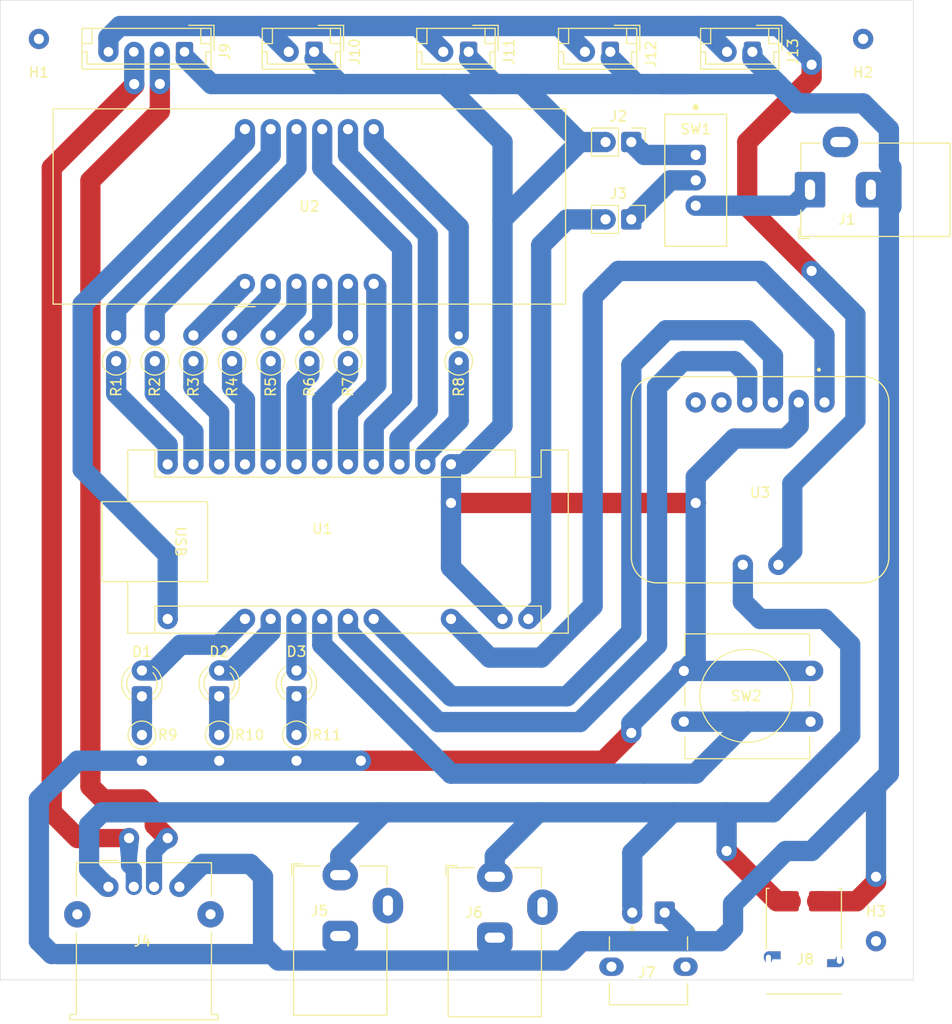
<source format=kicad_pcb>
(kicad_pcb (version 20241229) (generator "pcbnew") (generator_version "9.0")
  (layers (0 "F.Cu" signal) (2 "B.Cu" signal) (13 "F.Paste" user) (15 "B.Paste" user) (5 "F.SilkS" user "F.Silkscreen") (7 "B.SilkS" user "B.Silkscreen") (1 "F.Mask" user) (3 "B.Mask" user) (25 "Edge.Cuts" user))
  (net 0 "")
  (net 1 "I2C_SCL")
  (net 2 "PWR")
  (net 3 "DIG3")
  (net 4 "DIG4")
  (net 5 "Net-(D1-A)")
  (net 6 "I2C_SDA")
  (net 7 "GND")
  (net 8 "Net-(D2-A)")
  (net 9 "DIG1")
  (net 10 "Net-(D3-A)")
  (net 11 "Net-(U1-A3)")
  (net 12 "DIG2")
  (net 13 "5V")
  (net 14 "VIN+")
  (net 15 "VIN-")
  (net 16 "DATA1+")
  (net 17 "DATA1-")
  (net 18 "SEG_A")
  (net 19 "SEG_F")
  (net 20 "SEG_B")
  (net 21 "SEG_G")
  (net 22 "SEG_C")
  (net 23 "SEG_P")
  (net 24 "SEG_D")
  (net 25 "SEG_E")
  (net 26 "Net-(U2-a)")
  (net 27 "Net-(U2-b)")
  (net 28 "Net-(U2-c)")
  (net 29 "Net-(U2-d)")
  (net 30 "Net-(U2-e)")
  (net 31 "Net-(U2-f)")
  (net 32 "Net-(U2-g)")
  (net 33 "Net-(U2-DPX)")
  (net 36 "Net-(D1-K)")
  (net 37 "Net-(D2-K)")
  (net 38 "Net-(D3-K)")
  (net 39 "Net-(J1-Pad1)")
  (net 40 "Net-(J2-Pin_1)")
  (net 41 "Net-(J3-Pin_1)")
  (footprint "Custom:USB_B_Mini_OTG_THT_Molex_548190519" (layer "F.Cu") (at 158.843 123.19)
    (property "Reference" "J7" (at 1.44 5.61 0) (layer "F.SilkS"))
    (property "Value" "USB_B_Mini" (hide yes))
    (pad "1" thru_hole oval (at 0 -0.275) (size 2 2.2) (drill 1) (layers "*.Cu" "*.Mask") (net 14 "VIN+"))
    (pad "5" thru_hole roundrect (at 3.2 -0.275) (size 2 2.2) (drill 1) (layers "*.Cu" "*.Mask") (roundrect_rratio 0.1388888889) (net 7 "GND"))
    (pad "S1" thru_hole oval (at -2.05 5.05) (size 2.4 1.8) (drill 1) (layers "*.Cu" "*.Mask"))
    (pad "S2" thru_hole oval (at 5.25 5.05) (size 2.4 1.8) (drill 1) (layers "*.Cu" "*.Mask"))
  )
  (footprint "Connector_JST:JST_EH_B2B-EH-A_1x02_P2.50mm_Vertical" (layer "F.Cu") (at 170.688 38.1 180)
    (property "Reference" "J13" (at -4 0 90) (layer "F.SilkS"))
    (property "Value" "01x02" (hide yes))
    (pad "1" thru_hole roundrect (at 0 0 180) (size 1.7 2) (drill 1) (layers "*.Cu" "*.Mask") (roundrect_rratio 0.147059) (net 7 "GND"))
    (pad "2" thru_hole oval (at 2.5 0 180) (size 1.7 2) (drill 1) (layers "*.Cu" "*.Mask") (net 15 "VIN-"))
  )
  (footprint "Resistor_THT:R_Axial_DIN0207_L6.3mm_D2.5mm_P2.54mm_Vertical" (layer "F.Cu") (at 110.49 105.41 -90)
    (property "Reference" "R9" (at 0 -2.54 180) (layer "F.SilkS"))
    (property "Value" "R470" (hide yes))
    (pad "1" thru_hole circle (at 0 0 270) (size 2 2) (drill 1) (layers "*.Cu" "*.Mask") (net 36 "Net-(D1-K)"))
    (pad "2" thru_hole roundrect (at 2.54 0 270) (size 2 2) (drill 1) (layers "*.Cu" "*.Mask") (roundrect_rratio 0.1388888889) (net 7 "GND"))
  )
  (footprint "Resistor_THT:R_Axial_DIN0207_L6.3mm_D2.5mm_P2.54mm_Vertical" (layer "F.Cu") (at 125.73 105.41 -90)
    (property "Reference" "R11" (at 0 -3 180) (layer "F.SilkS"))
    (property "Value" "R470" (hide yes))
    (pad "1" thru_hole circle (at 0 0 270) (size 2 2) (drill 1) (layers "*.Cu" "*.Mask") (net 38 "Net-(D3-K)"))
    (pad "2" thru_hole roundrect (at 2.54 0 270) (size 2 2) (drill 1) (layers "*.Cu" "*.Mask") (roundrect_rratio 0.15625) (net 7 "GND"))
  )
  (footprint "Connector_JST:JST_EH_B4B-EH-A_1x04_P2.50mm_Vertical" (layer "F.Cu") (at 114.688 38.1 180)
    (property "Reference" "J9" (at -4 0 270) (layer "F.SilkS"))
    (property "Value" "01x04" (hide yes))
    (pad "1" thru_hole roundrect (at 0 0 180) (size 1.7 1.95) (drill 0.95) (layers "*.Cu" "*.Mask") (roundrect_rratio 0.147059) (net 7 "GND"))
    (pad "2" thru_hole oval (at 2.5 0 180) (size 1.7 1.95) (drill 0.95) (layers "*.Cu" "*.Mask") (net 16 "DATA1+"))
    (pad "3" thru_hole oval (at 5 0 180) (size 1.7 1.95) (drill 0.95) (layers "*.Cu" "*.Mask") (net 17 "DATA1-"))
    (pad "4" thru_hole oval (at 7.5 0 180) (size 1.7 1.95) (drill 0.95) (layers "*.Cu" "*.Mask") (net 15 "VIN-"))
  )
  (footprint "MountingHole:MountingHole_2mm" (layer "F.Cu") (at 182.88 125.73)
    (property "Reference" "H3" (at 0 -2.95 0) (layer "F.SilkS"))
    (property "Value" "MountingHole" (hide yes))
    (pad "" np_thru_hole circle (at 0 0) (size 2 2) (drill 1) (layers "*.Cu" "*.Mask"))
  )
  (footprint "Resistor_THT:R_Axial_DIN0207_L6.3mm_D2.5mm_P2.54mm_Vertical" (layer "F.Cu") (at 119.38 68.58 90)
    (property "Reference" "R4" (at -2.54 0 90) (layer "F.SilkS"))
    (property "Value" "R470" (hide yes))
    (pad "1" thru_hole circle (at 0 0 90) (size 2 2) (drill 1) (layers "*.Cu" "*.Mask") (net 24 "SEG_D"))
    (pad "2" thru_hole circle (at 2.54 0 90) (size 2 2) (drill 1) (layers "*.Cu" "*.Mask") (net 29 "Net-(U2-d)"))
  )
  (footprint "Button_Switch_THT:SW_PUSH-12mm_Wuerth-430476085716" (layer "F.Cu") (at 176.43 104.1 180)
    (property "Reference" "SW2" (at 6.35 2.54 0) (layer "F.SilkS"))
    (property "Value" "SW_Push" (hide yes))
    (pad "1" thru_hole oval (at 0 0 180) (size 2.5 2) (drill 1) (layers "*.Cu" "*.Mask") (net 11 "Net-(U1-A3)"))
    (pad "1" thru_hole oval (at 12.5 0 180) (size 2.5 2) (drill 1) (layers "*.Cu" "*.Mask") (net 11 "Net-(U1-A3)"))
    (pad "2" thru_hole oval (at 0 5 180) (size 2.5 2) (drill 1) (layers "*.Cu" "*.Mask") (net 7 "GND"))
    (pad "2" thru_hole oval (at 12.5 5 180) (size 2.5 2) (drill 1) (layers "*.Cu" "*.Mask") (net 7 "GND"))
  )
  (footprint "Custom:Arduino_Nano_v3" (layer "F.Cu") (at 148.59 78.74 -90)
    (property "Reference" "U1" (at 6.35 20.32 180) (layer "F.SilkS"))
    (property "Value" "Arduino_Nano_v3.x")
    (fp_text user "USB" (at 7.62 34.29 270) (layer "F.SilkS"))
    (pad "4" thru_hole circle (at 0 7.62 270) (size 2 2) (drill 1) (layers "*.Cu" "*.Mask") (net 7 "GND"))
    (pad "5" thru_hole circle (at 0 10.16 270) (size 2 2) (drill 1) (layers "*.Cu" "*.Mask") (net 20 "SEG_B"))
    (pad "6" thru_hole circle (at 0 12.7 270) (size 2 2) (drill 1) (layers "*.Cu" "*.Mask") (net 3 "DIG3"))
    (pad "7" thru_hole circle (at 0 15.24 270) (size 2 2) (drill 1) (layers "*.Cu" "*.Mask") (net 12 "DIG2"))
    (pad "8" thru_hole circle (at 0 17.78 270) (size 1.8 1.8) (drill 1) (layers "*.Cu" "*.Mask") (net 4 "DIG4"))
    (pad "9" thru_hole circle (at 0 20.32 270) (size 2 2) (drill 1) (layers "*.Cu" "*.Mask") (net 21 "SEG_G"))
    (pad "10" thru_hole circle (at 0 22.86 270) (size 1.8 1.8) (drill 1) (layers "*.Cu" "*.Mask") (net 22 "SEG_C"))
    (pad "11" thru_hole circle (at 0 25.4 270) (size 2 2) (drill 1) (layers "*.Cu" "*.Mask") (net 23 "SEG_P"))
    (pad "12" thru_hole circle (at 0 27.94 270) (size 2 2) (drill 1) (layers "*.Cu" "*.Mask") (net 24 "SEG_D"))
    (pad "13" thru_hole circle (at 0 30.48 270) (size 2 2) (drill 1) (layers "*.Cu" "*.Mask") (net 25 "SEG_E"))
    (pad "14" thru_hole circle (at 0 33.02 270) (size 2 2) (drill 1) (layers "*.Cu" "*.Mask") (net 19 "SEG_F"))
    (pad "15" thru_hole circle (at 0 35.56 270) (size 2 2) (drill 1) (layers "*.Cu" "*.Mask") (net 18 "SEG_A"))
    (pad "16" thru_hole circle (at 15.24 35.56 270) (size 2 2) (drill 1) (layers "*.Cu" "*.Mask") (net 9 "DIG1"))
    (pad "19" thru_hole circle (at 15.24 27.94 270) (size 2 2) (drill 1) (layers "*.Cu" "*.Mask") (net 5 "Net-(D1-A)"))
    (pad "20" thru_hole circle (at 15.24 25.4 270) (size 2 2) (drill 1) (layers "*.Cu" "*.Mask") (net 8 "Net-(D2-A)"))
    (pad "21" thru_hole circle (at 15.24 22.86 270) (size 2 2) (drill 1) (layers "*.Cu" "*.Mask") (net 10 "Net-(D3-A)"))
    (pad "22" thru_hole circle (at 15.24 20.32 270) (size 1.8 1.8) (drill 1) (layers "*.Cu" "*.Mask") (net 11 "Net-(U1-A3)"))
    (pad "23" thru_hole circle (at 15.24 17.78 270) (size 2 2) (drill 1) (layers "*.Cu" "*.Mask") (net 6 "I2C_SDA"))
    (pad "24" thru_hole circle (at 15.24 15.24 270) (size 2 2) (drill 1) (layers "*.Cu" "*.Mask") (net 1 "I2C_SCL"))
    (pad "27" thru_hole circle (at 15.24 7.62 270) (size 2 2) (drill 1) (layers "*.Cu" "*.Mask") (net 13 "5V"))
    (pad "29" thru_hole circle (at 15.24 2.54 270) (size 2 2) (drill 1) (layers "*.Cu" "*.Mask") (net 7 "GND"))
    (pad "30" thru_hole circle (at 15.24 0 270) (size 2 2) (drill 1) (layers "*.Cu" "*.Mask") (net 2 "PWR"))
  )
  (footprint "Display_7Segment:CA56-12CGKWA" (layer "F.Cu") (at 120.65 60.96 90)
    (property "Reference" "U2" (at 7.62 6.35 180) (layer "F.SilkS"))
    (property "Value" "Display_5641BS")
    (pad "1" thru_hole rect (at 0 0 90) (size 1.5 1.5) (drill 1) (layers "*.Cu" "*.Mask") (net 30 "Net-(U2-e)"))
    (pad "2" thru_hole circle (at 0 2.54 90) (size 1.5 1.5) (drill 1) (layers "*.Cu" "*.Mask") (net 29 "Net-(U2-d)"))
    (pad "3" thru_hole circle (at 0 5.08 90) (size 1.5 1.5) (drill 1) (layers "*.Cu" "*.Mask") (net 33 "Net-(U2-DPX)"))
    (pad "4" thru_hole circle (at 0 7.62 90) (size 1.5 1.5) (drill 1) (layers "*.Cu" "*.Mask") (net 28 "Net-(U2-c)"))
    (pad "5" thru_hole circle (at 0 10.16 90) (size 1.5 1.5) (drill 1) (layers "*.Cu" "*.Mask") (net 32 "Net-(U2-g)"))
    (pad "6" thru_hole circle (at 0 12.7 90) (size 1.5 1.5) (drill 1) (layers "*.Cu" "*.Mask") (net 4 "DIG4"))
    (pad "7" thru_hole circle (at 15.24 12.7 90) (size 1.5 1.5) (drill 1) (layers "*.Cu" "*.Mask") (net 27 "Net-(U2-b)"))
    (pad "8" thru_hole circle (at 15.24 10.16 90) (size 1.5 1.5) (drill 1) (layers "*.Cu" "*.Mask") (net 3 "DIG3"))
    (pad "9" thru_hole circle (at 15.24 7.62 90) (size 1.5 1.5) (drill 1) (layers "*.Cu" "*.Mask") (net 12 "DIG2"))
    (pad "10" thru_hole circle (at 15.24 5.08 90) (size 1.5 1.5) (drill 1) (layers "*.Cu" "*.Mask") (net 31 "Net-(U2-f)"))
    (pad "11" thru_hole circle (at 15.24 2.54 90) (size 1.5 1.5) (drill 1) (layers "*.Cu" "*.Mask") (net 26 "Net-(U2-a)"))
    (pad "12" thru_hole circle (at 15.24 0 90) (size 1.5 1.5) (drill 1) (layers "*.Cu" "*.Mask") (net 9 "DIG1"))
  )
  (footprint "LED_THT:LED_D3.0mm" (layer "F.Cu") (at 125.73 101.6 90)
    (property "Reference" "D3" (at 4.4 0 0) (layer "F.SilkS"))
    (property "Value" "LED" (hide yes))
    (pad "1" thru_hole roundrect (at 0 0 90) (size 2 2) (drill 1) (layers "*.Cu" "*.Mask") (roundrect_rratio 0.1388888889) (net 38 "Net-(D3-K)"))
    (pad "2" thru_hole circle (at 2.54 0 90) (size 2 2) (drill 1) (layers "*.Cu" "*.Mask") (net 10 "Net-(D3-A)"))
  )
  (footprint "Resistor_THT:R_Axial_DIN0207_L6.3mm_D2.5mm_P2.54mm_Vertical" (layer "F.Cu") (at 111.76 68.58 90)
    (property "Reference" "R2" (at -2.54 0 90) (layer "F.SilkS"))
    (property "Value" "R470" (hide yes))
    (pad "1" thru_hole circle (at 0 0 90) (size 2 2) (drill 1) (layers "*.Cu" "*.Mask") (net 19 "SEG_F"))
    (pad "2" thru_hole circle (at 2.54 0 90) (size 2 2) (drill 1) (layers "*.Cu" "*.Mask") (net 31 "Net-(U2-f)"))
  )
  (footprint "Connector_JST:JST_EH_B2B-EH-A_1x02_P2.50mm_Vertical" (layer "F.Cu") (at 142.708 38.1 180)
    (property "Reference" "J11" (at -4 0 90) (layer "F.SilkS"))
    (property "Value" "01x02" (hide yes))
    (pad "1" thru_hole roundrect (at 0 0 180) (size 1.7 2) (drill 1) (layers "*.Cu" "*.Mask") (roundrect_rratio 0.147059) (net 7 "GND"))
    (pad "2" thru_hole oval (at 2.5 0 180) (size 1.7 2) (drill 1) (layers "*.Cu" "*.Mask") (net 15 "VIN-"))
  )
  (footprint "Custom:USB_B_Micro_THT_Amphenol_101181940011LF" (layer "F.Cu") (at 175.768 127.508)
    (property "Reference" "J8" (at 0.127 0 0) (layer "F.SilkS"))
    (property "Value" "USB_B_Micro" (hide yes))
    (pad "1" smd roundrect (at -1.3 -5.715) (size 1.6 2) (layers "F.Cu" "F.Mask" "F.Paste") (roundrect_rratio 0.1388888889) (net 14 "VIN+"))
    (pad "5" smd roundrect (at 1.3 -5.715) (size 1.6 2) (layers "F.Cu" "F.Mask" "F.Paste") (roundrect_rratio 0.1388888889) (net 7 "GND"))
    (pad "S2" thru_hole custom (at -3.5 0) (size 0.775 0.9) (drill oval 0.5 1.15) (layers "*.Cu") (options (clearance outline) (anchor circle)) (primitives (gr_poly (pts (xy -0.25 0) (xy -0.445 0) (xy -0.445 -0.275) (xy -0.444 -0.301) (xy -0.442 -0.327) (xy -0.439 -0.353) (xy -0.434 -0.379) (xy -0.428 -0.404) (xy -0.421 -0.43) (xy -0.412 -0.454) (xy -0.402 -0.478) (xy -0.391 -0.502) (xy -0.378 -0.525) (xy -0.364 -0.547) (xy -0.35 -0.569) (xy -0.334 -0.59) (xy -0.317 -0.61) (xy -0.299 -0.629) (xy -0.28 -0.647) (xy -0.26 -0.664) (xy -0.239 -0.68) (xy -0.217 -0.694) (xy -0.195 -0.708) (xy -0.172 -0.721) (xy -0.148 -0.732) (xy -0.124 -0.742) (xy -0.1 -0.751) (xy -0.074 -0.758) (xy -0.049 -0.764) (xy -0.023 -0.769) (xy 0.003 -0.772) (xy 0.029 -0.774) (xy 0.055 -0.775) (xy 1.2 -0.775) (xy 1.2 0) (xy 0.25 0) (xy 0.25 -0.013) (xy 0.249 -0.026) (xy 0.247 -0.039) (xy 0.245 -0.052) (xy 0.241 -0.065) (xy 0.238 -0.077) (xy 0.233 -0.09) (xy 0.228 -0.102) (xy 0.223 -0.113) (xy 0.217 -0.125) (xy 0.21 -0.136) (xy 0.202 -0.147) (xy 0.194 -0.157) (xy 0.186 -0.167) (xy 0.177 -0.177) (xy 0.167 -0.186) (xy 0.157 -0.194) (xy 0.147 -0.202) (xy 0.136 -0.21) (xy 0.125 -0.217) (xy 0.113 -0.223) (xy 0.102 -0.228) (xy 0.09 -0.233) (xy 0.077 -0.238) (xy 0.065 -0.241) (xy 0.052 -0.245) (xy 0.039 -0.247) (xy 0.026 -0.249) (xy 0.013 -0.25) (xy 0 -0.25) (xy -0.013 -0.25) (xy -0.026 -0.249) (xy -0.039 -0.247) (xy -0.052 -0.245) (xy -0.065 -0.241) (xy -0.077 -0.238) (xy -0.09 -0.233) (xy -0.102 -0.228) (xy -0.113 -0.223) (xy -0.125 -0.217) (xy -0.136 -0.21) (xy -0.147 -0.202) (xy -0.157 -0.194) (xy -0.167 -0.186) (xy -0.177 -0.177) (xy -0.186 -0.167) (xy -0.194 -0.157) (xy -0.202 -0.147) (xy -0.21 -0.136) (xy -0.217 -0.125) (xy -0.223 -0.113) (xy -0.228 -0.102) (xy -0.233 -0.09) (xy -0.238 -0.077) (xy -0.241 -0.065) (xy -0.245 -0.052) (xy -0.247 -0.039) (xy -0.249 -0.026) (xy -0.25 -0.013) (xy -0.25 0)) (width 0.01) (fill yes))))
    (pad "S5" thru_hole custom (at 3.5 0) (size 0.775 0.9) (drill oval 0.5 1.15) (layers "*.Cu") (options (clearance outline) (anchor circle)) (primitives (gr_poly (pts (xy 0.25 0) (xy 0.445 0) (xy 0.445 0.275) (xy 0.444 0.301) (xy 0.442 0.327) (xy 0.439 0.353) (xy 0.434 0.379) (xy 0.428 0.404) (xy 0.421 0.43) (xy 0.412 0.454) (xy 0.402 0.478) (xy 0.391 0.502) (xy 0.378 0.525) (xy 0.364 0.547) (xy 0.35 0.569) (xy 0.334 0.59) (xy 0.317 0.61) (xy 0.299 0.629) (xy 0.28 0.647) (xy 0.26 0.664) (xy 0.239 0.68) (xy 0.217 0.694) (xy 0.195 0.708) (xy 0.172 0.721) (xy 0.148 0.732) (xy 0.124 0.742) (xy 0.1 0.751) (xy 0.074 0.758) (xy 0.049 0.764) (xy 0.023 0.769) (xy -0.003 0.772) (xy -0.029 0.774) (xy -0.055 0.775) (xy -1.2 0.775) (xy -1.2 0) (xy -0.25 0) (xy -0.25 0.013) (xy -0.249 0.026) (xy -0.247 0.039) (xy -0.245 0.052) (xy -0.241 0.065) (xy -0.238 0.077) (xy -0.233 0.09) (xy -0.228 0.102) (xy -0.223 0.113) (xy -0.217 0.125) (xy -0.21 0.136) (xy -0.202 0.147) (xy -0.194 0.157) (xy -0.186 0.167) (xy -0.177 0.177) (xy -0.167 0.186) (xy -0.157 0.194) (xy -0.147 0.202) (xy -0.136 0.21) (xy -0.125 0.217) (xy -0.113 0.223) (xy -0.102 0.228) (xy -0.09 0.233) (xy -0.077 0.238) (xy -0.065 0.241) (xy -0.052 0.245) (xy -0.039 0.247) (xy -0.026 0.249) (xy -0.013 0.25) (xy 0 0.25) (xy 0.013 0.25) (xy 0.026 0.249) (xy 0.039 0.247) (xy 0.052 0.245) (xy 0.065 0.241) (xy 0.077 0.238) (xy 0.09 0.233) (xy 0.102 0.228) (xy 0.113 0.223) (xy 0.125 0.217) (xy 0.136 0.21) (xy 0.147 0.202) (xy 0.157 0.194) (xy 0.167 0.186) (xy 0.177 0.177) (xy 0.186 0.167) (xy 0.194 0.157) (xy 0.202 0.147) (xy 0.21 0.136) (xy 0.217 0.125) (xy 0.223 0.113) (xy 0.228 0.102) (xy 0.233 0.09) (xy 0.238 0.077) (xy 0.241 0.065) (xy 0.245 0.052) (xy 0.247 0.039) (xy 0.249 0.026) (xy 0.25 0.013) (xy 0.25 0)) (width 0.01) (fill yes))))
  )
  (footprint "Resistor_THT:R_Axial_DIN0207_L6.3mm_D2.5mm_P2.54mm_Vertical" (layer "F.Cu") (at 118.11 105.41 -90)
    (property "Reference" "R10" (at 0 -3 180) (layer "F.SilkS"))
    (property "Value" "R470" (hide yes))
    (pad "1" thru_hole circle (at 0 0 270) (size 2 2) (drill 1) (layers "*.Cu" "*.Mask") (net 37 "Net-(D2-K)"))
    (pad "2" thru_hole roundrect (at 2.54 0 270) (size 2 2) (drill 1) (layers "*.Cu" "*.Mask") (roundrect_rratio 0.15625) (net 7 "GND"))
  )
  (footprint "Connector_PinHeader_2.54mm:PinHeader_1x02_P2.54mm_Vertical" (layer "F.Cu") (at 158.749 46.99 -90)
    (property "Reference" "J2" (at -2.54 1.27 0) (layer "F.SilkS"))
    (property "Value" "BAT_IN")
    (pad "1" thru_hole roundrect (at 0 0 270) (size 2 2) (drill 1) (layers "*.Cu" "*.Mask") (roundrect_rratio 0.1470588235) (net 40 "Net-(J2-Pin_1)"))
    (pad "2" thru_hole circle (at 0 2.54 270) (size 2 2) (drill 1) (layers "*.Cu" "*.Mask") (net 7 "GND"))
  )
  (footprint "Resistor_THT:R_Axial_DIN0207_L6.3mm_D2.5mm_P2.54mm_Vertical" (layer "F.Cu") (at 141.732 68.58 90)
    (property "Reference" "R8" (at -2.54 0 90) (layer "F.SilkS"))
    (property "Value" "R470" (hide yes))
    (pad "1" thru_hole circle (at 0 0 90) (size 1.6 1.6) (drill 0.8) (layers "*.Cu" "*.Mask") (net 20 "SEG_B"))
    (pad "2" thru_hole circle (at 2.54 0 90) (size 1.6 1.6) (drill 0.8) (layers "*.Cu" "*.Mask") (net 27 "Net-(U2-b)"))
  )
  (footprint "Connector_BarrelJack:BarrelJack_Horizontal" (layer "F.Cu") (at 145.288 119.38 90)
    (property "Reference" "J6" (at -3.53 -2.0525 180) (layer "F.SilkS"))
    (property "Value" "Jack_DC" (hide yes))
    (pad "1" thru_hole oval (at 0 0 90) (size 3 3.5) (drill oval 1 2) (layers "*.Cu" "*.Mask") (net 14 "VIN+"))
    (pad "2" thru_hole roundrect (at -6 0 90) (size 3 3.5) (drill oval 1 2) (layers "*.Cu" "*.Mask") (net 7 "GND"))
    (pad "3" thru_hole oval (at -3 4.7 90) (size 3.5 3) (drill oval 2 1) (layers "*.Cu" "*.Mask"))
  )
  (footprint "Connector_PinHeader_2.54mm:PinHeader_1x02_P2.54mm_Vertical" (layer "F.Cu") (at 158.75 54.61 -90)
    (property "Reference" "J3" (at -2.54 1.27 0) (layer "F.SilkS"))
    (property "Value" "PWR_BTN")
    (pad "1" thru_hole roundrect (at 0 0 270) (size 2 2) (drill 1) (layers "*.Cu" "*.Mask") (roundrect_rratio 0.125) (net 41 "Net-(J3-Pin_1)"))
    (pad "2" thru_hole circle (at 0 2.54 270) (size 2 2) (drill 1) (layers "*.Cu" "*.Mask") (net 2 "PWR"))
  )
  (footprint "Connector_USB:USB_A_Molex_67643_Horizontal" (layer "F.Cu") (at 107.188 120.37)
    (property "Reference" "J4" (at 3.34 5.36 0) (layer "F.SilkS"))
    (property "Value" "USB_A" (hide yes))
    (pad "1" thru_hole circle (at 0 0) (size 2 2) (drill 1) (layers "*.Cu" "*.Mask") (net 14 "VIN+"))
    (pad "2" thru_hole circle (at 2.5 0) (size 1.6 1.6) (drill 1) (layers "*.Cu" "*.Mask") (net 17 "DATA1-"))
    (pad "3" thru_hole circle (at 4.5 0) (size 1.6 1.6) (drill 1) (layers "*.Cu" "*.Mask") (net 16 "DATA1+"))
    (pad "4" thru_hole circle (at 7 0) (size 2 2) (drill 1) (layers "*.Cu" "*.Mask") (net 7 "GND"))
    (pad "5" thru_hole circle (at -3.07 2.71) (size 2.6 2.6) (drill 1) (layers "*.Cu" "*.Mask"))
    (pad "5" thru_hole circle (at 10.07 2.71) (size 2.6 2.6) (drill 1) (layers "*.Cu" "*.Mask"))
  )
  (footprint "Resistor_THT:R_Axial_DIN0207_L6.3mm_D2.5mm_P2.54mm_Vertical" (layer "F.Cu") (at 123.19 68.58 90)
    (property "Reference" "R5" (at -2.54 0 90) (layer "F.SilkS"))
    (property "Value" "R470" (hide yes))
    (pad "1" thru_hole circle (at 0 0 90) (size 2 2) (drill 1) (layers "*.Cu" "*.Mask") (net 23 "SEG_P"))
    (pad "2" thru_hole circle (at 2.54 0 90) (size 2 2) (drill 1) (layers "*.Cu" "*.Mask") (net 33 "Net-(U2-DPX)"))
  )
  (footprint "MountingHole:MountingHole_2mm" (layer "F.Cu") (at 100.33 36.83)
    (property "Reference" "H1" (at 0 3.3 0) (layer "F.SilkS"))
    (property "Value" "MountingHole" (hide yes))
    (pad "" np_thru_hole circle (at 0 0) (size 2 2) (drill 1) (layers "*.Cu" "*.Mask"))
  )
  (footprint "Connector_BarrelJack:BarrelJack_Horizontal" (layer "F.Cu") (at 130.048 119.21825 90)
    (property "Reference" "J5" (at -3.53 -2.0525 180) (layer "F.SilkS"))
    (property "Value" "Jack_DC" (hide yes))
    (pad "1" thru_hole oval (at 0 0 90) (size 3 3.5) (drill oval 1 2) (layers "*.Cu" "*.Mask") (net 14 "VIN+"))
    (pad "2" thru_hole roundrect (at -6 0 90) (size 3 3.5) (drill oval 1 2) (layers "*.Cu" "*.Mask") (net 7 "GND"))
    (pad "3" thru_hole oval (at -3 4.7 90) (size 3.5 3) (drill oval 2 1) (layers "*.Cu" "*.Mask"))
  )
  (footprint "Resistor_THT:R_Axial_DIN0207_L6.3mm_D2.5mm_P2.54mm_Vertical" (layer "F.Cu") (at 130.81 68.58 90)
    (property "Reference" "R7" (at -2.54 0 90) (layer "F.SilkS"))
    (property "Value" "R470" (hide yes))
    (pad "1" thru_hole circle (at 0 0 90) (size 2 2) (drill 1) (layers "*.Cu" "*.Mask") (net 21 "SEG_G"))
    (pad "2" thru_hole circle (at 2.54 0 90) (size 2 2) (drill 1) (layers "*.Cu" "*.Mask") (net 32 "Net-(U2-g)"))
  )
  (footprint "Connector_JST:JST_EH_B2B-EH-A_1x02_P2.50mm_Vertical" (layer "F.Cu") (at 156.678 38.1 180)
    (property "Reference" "J12" (at -4 -0.254 90) (layer "F.SilkS"))
    (property "Value" "01x02" (hide yes))
    (pad "1" thru_hole roundrect (at 0 0 180) (size 1.7 2) (drill 1) (layers "*.Cu" "*.Mask") (roundrect_rratio 0.147059) (net 7 "GND"))
    (pad "2" thru_hole oval (at 2.5 0 180) (size 1.7 2) (drill 1) (layers "*.Cu" "*.Mask") (net 15 "VIN-"))
  )
  (footprint "Connector_JST:JST_EH_B2B-EH-A_1x02_P2.50mm_Vertical" (layer "F.Cu") (at 127.468 38.1 180)
    (property "Reference" "J10" (at -4 0 270) (layer "F.SilkS"))
    (property "Value" "01x02" (hide yes))
    (pad "1" thru_hole roundrect (at 0 0 180) (size 1.7 2) (drill 1) (layers "*.Cu" "*.Mask") (roundrect_rratio 0.147059) (net 7 "GND"))
    (pad "2" thru_hole oval (at 2.5 0 180) (size 1.7 2) (drill 1) (layers "*.Cu" "*.Mask") (net 15 "VIN-"))
  )
  (footprint "Connector_BarrelJack:BarrelJack_Horizontal" (layer "F.Cu") (at 176.372 51.69 180)
    (property "Reference" "J1" (at -3.635 -2.92 0) (layer "F.SilkS"))
    (property "Value" "Jack_DC" (hide yes))
    (pad "1" thru_hole roundrect (at 0 0 180) (size 3 3.5) (drill oval 1 2) (layers "*.Cu" "*.Mask") (roundrect_rratio 0.08333333333) (net 39 "Net-(J1-Pad1)"))
    (pad "2" thru_hole roundrect (at -6 0 180) (size 3 3.5) (drill oval 1 2) (layers "*.Cu" "*.Mask") (net 7 "GND"))
    (pad "3" thru_hole oval (at -3 4.7 180) (size 3.5 3) (drill oval 2 1) (layers "*.Cu" "*.Mask"))
  )
  (footprint "Custom:Switch_Slide_SPDT_Straight_TE_1825159_1" (layer "F.Cu") (at 165.1 50.76 -90)
    (property "Reference" "SW1" (at -5.04 0 180) (layer "F.SilkS") (effects (font (size 1.000685 1.000685))))
    (property "Value" "SW_Slide" (hide yes))
    (pad "1" thru_hole roundrect (at -2.5 0 270) (size 2 2) (drill 1) (layers "*.Cu" "*.Mask") (roundrect_rratio 0.1775568182) (net 40 "Net-(J2-Pin_1)"))
    (pad "2" thru_hole circle (at 0 0 270) (size 2 2) (drill 1) (layers "*.Cu" "*.Mask") (net 41 "Net-(J3-Pin_1)"))
    (pad "3" thru_hole circle (at 2.5 0 270) (size 2 2) (drill 1) (layers "*.Cu" "*.Mask") (net 39 "Net-(J1-Pad1)"))
  )
  (footprint "Resistor_THT:R_Axial_DIN0207_L6.3mm_D2.5mm_P2.54mm_Vertical" (layer "F.Cu") (at 115.57 68.58 90)
    (property "Reference" "R3" (at -2.54 0 90) (layer "F.SilkS"))
    (property "Value" "R470" (hide yes))
    (pad "1" thru_hole circle (at 0 0 90) (size 2 2) (drill 1) (layers "*.Cu" "*.Mask") (net 25 "SEG_E"))
    (pad "2" thru_hole circle (at 2.54 0 90) (size 2 2) (drill 1) (layers "*.Cu" "*.Mask") (net 30 "Net-(U2-e)"))
  )
  (footprint "LED_THT:LED_D3.0mm" (layer "F.Cu") (at 110.49 101.6 90)
    (property "Reference" "D1" (at 4.4 0 0) (layer "F.SilkS"))
    (property "Value" "LED" (hide yes))
    (pad "1" thru_hole roundrect (at 0 0 90) (size 2 2) (drill 1) (layers "*.Cu" "*.Mask") (roundrect_rratio 0.1388888889) (net 36 "Net-(D1-K)"))
    (pad "2" thru_hole circle (at 2.54 0 90) (size 2 2) (drill 1) (layers "*.Cu" "*.Mask") (net 5 "Net-(D1-A)"))
  )
  (footprint "LED_THT:LED_D3.0mm" (layer "F.Cu") (at 118.11 101.6 90)
    (property "Reference" "D2" (at 4.4 0 0) (layer "F.SilkS"))
    (property "Value" "LED" (hide yes))
    (pad "1" thru_hole roundrect (at 0 0 90) (size 2 2) (drill 1) (layers "*.Cu" "*.Mask") (roundrect_rratio 0.1388888889) (net 37 "Net-(D2-K)"))
    (pad "2" thru_hole circle (at 2.54 0 90) (size 2 2) (drill 1) (layers "*.Cu" "*.Mask") (net 8 "Net-(D2-A)"))
  )
  (footprint "MountingHole:MountingHole_2mm" (layer "F.Cu") (at 181.61 36.83)
    (property "Reference" "H2" (at 0 3.3 0) (layer "F.SilkS"))
    (property "Value" "MountingHole" (hide yes))
    (pad "" np_thru_hole circle (at 0 0) (size 2 2) (drill 1) (layers "*.Cu" "*.Mask"))
  )
  (footprint "Resistor_THT:R_Axial_DIN0207_L6.3mm_D2.5mm_P2.54mm_Vertical" (layer "F.Cu") (at 107.95 68.58 90)
    (property "Reference" "R1" (at -2.54 0 90) (layer "F.SilkS"))
    (property "Value" "R470" (hide yes))
    (pad "1" thru_hole circle (at 0 0 90) (size 2 2) (drill 1) (layers "*.Cu" "*.Mask") (net 18 "SEG_A"))
    (pad "2" thru_hole circle (at 2.54 0 90) (size 2 2) (drill 1) (layers "*.Cu" "*.Mask") (net 26 "Net-(U2-a)"))
  )
  (footprint "Custom:INA219_Module_Generic" (layer "F.Cu") (at 171.45 80.264 180)
    (property "Reference" "U3" (at 0 -1.27 180) (layer "F.SilkS"))
    (property "Value" "INA219_Module")
    (pad "1" thru_hole circle (at -6.35 7.62 180) (size 2 2) (drill 1) (layers "*.Cu" "*.Mask") (net 13 "5V"))
    (pad "2" thru_hole circle (at -3.81 7.62 180) (size 2 2) (drill 1) (layers "*.Cu" "*.Mask") (net 7 "GND"))
    (pad "3" thru_hole circle (at -1.27 7.62 180) (size 2 2) (drill 1) (layers "*.Cu" "*.Mask") (net 1 "I2C_SCL"))
    (pad "4" thru_hole circle (at 1.27 7.62 180) (size 2 2) (drill 1) (layers "*.Cu" "*.Mask") (net 6 "I2C_SDA"))
    (pad "5" thru_hole circle (at 3.81 7.62 180) (size 2 2) (drill 1) (layers "*.Cu" "*.Mask"))
    (pad "6" thru_hole circle (at 6.35 7.62 180) (size 2 2) (drill 1) (layers "*.Cu" "*.Mask"))
    (pad "7" thru_hole circle (at -1.8 -8.382 180) (size 2 2) (drill 1) (layers "*.Cu" "*.Mask") (net 15 "VIN-"))
    (pad "8" thru_hole circle (at 1.7 -8.382 180) (size 2 2) (drill 1) (layers "*.Cu" "*.Mask") (net 14 "VIN+"))
  )
  (footprint "Resistor_THT:R_Axial_DIN0207_L6.3mm_D2.5mm_P2.54mm_Vertical" (layer "F.Cu") (at 127 68.58 90)
    (property "Reference" "R6" (at -2.54 0 90) (layer "F.SilkS"))
    (property "Value" "R470" (hide yes))
    (pad "1" thru_hole circle (at 0 0 90) (size 2 2) (drill 1) (layers "*.Cu" "*.Mask") (net 22 "SEG_C"))
    (pad "2" thru_hole circle (at 2.54 0 90) (size 2 2) (drill 1) (layers "*.Cu" "*.Mask") (net 28 "Net-(U2-c)"))
  )
  (gr_line (start 96.52 129.54) (end 186.563 129.54) (stroke (width 0.05)) (layer "Edge.Cuts"))
  (gr_line (start 186.563 129.54) (end 186.563 33.02) (stroke (width 0.05)) (layer "Edge.Cuts"))
  (gr_line (start 96.52 33.02) (end 96.52 129.54) (stroke (width 0.05)) (layer "Edge.Cuts"))
  (gr_line (start 186.563 33.02) (end 96.52 33.02) (stroke (width 0.05)) (layer "Edge.Cuts"))
  (segment (start 162.179 65.532) (end 170.18 65.532) (width 2) (layer "B.Cu") (net 1))
  (segment (start 133.35 93.98) (end 140.97 101.6) (width 2) (layer "B.Cu") (net 1))
  (segment (start 158.75 95.25) (end 158.75 68.961) (width 2) (layer "B.Cu") (net 1))
  (segment (start 152.4 101.6) (end 158.75 95.25) (width 2) (layer "B.Cu") (net 1))
  (segment (start 170.18 65.532) (end 172.72 68.072) (width 2) (layer "B.Cu") (net 1))
  (segment (start 140.97 101.6) (end 152.4 101.6) (width 2) (layer "B.Cu") (net 1))
  (segment (start 158.75 68.961) (end 162.179 65.532) (width 2) (layer "B.Cu") (net 1))
  (segment (start 172.72 68.072) (end 172.72 72.39) (width 2) (layer "B.Cu") (net 1))
  (segment (start 149.86 92.71) (end 148.59 93.98) (width 2) (layer "B.Cu") (net 2))
  (segment (start 156.21 54.61) (end 152.4 54.61) (width 2) (layer "B.Cu") (net 2))
  (segment (start 152.4 54.61) (end 149.86 57.15) (width 2) (layer "B.Cu") (net 2))
  (segment (start 149.86 57.15) (end 149.86 92.71) (width 2) (layer "B.Cu") (net 2))
  (segment (start 135.89 76.2) (end 138.684 73.406) (width 2) (layer "B.Cu") (net 3))
  (segment (start 138.684 56.134) (end 130.81 48.26) (width 2) (layer "B.Cu") (net 3))
  (segment (start 135.89 78.74) (end 135.89 76.2) (width 2) (layer "B.Cu") (net 3))
  (segment (start 130.81 48.26) (end 130.81 45.72) (width 2) (layer "B.Cu") (net 3))
  (segment (start 138.684 73.406) (end 138.684 56.134) (width 2) (layer "B.Cu") (net 3))
  (segment (start 133.604 70.866) (end 130.81 73.66) (width 2) (layer "B.Cu") (net 4))
  (segment (start 130.81 73.66) (end 130.81 78.74) (width 2) (layer "B.Cu") (net 4))
  (segment (start 133.35 60.96) (end 133.604 61.214) (width 2) (layer "B.Cu") (net 4))
  (segment (start 133.604 61.214) (end 133.604 70.866) (width 2) (layer "B.Cu") (net 4))
  (segment (start 111.76 99.06) (end 110.49 99.06) (width 2) (layer "B.Cu") (net 5))
  (segment (start 114.3 96.52) (end 111.76 99.06) (width 2) (layer "B.Cu") (net 5))
  (segment (start 120.65 93.98) (end 118.11 96.52) (width 2) (layer "B.Cu") (net 5))
  (segment (start 118.11 96.52) (end 114.3 96.52) (width 2) (layer "B.Cu") (net 5))
  (segment (start 170.18 69.85) (end 168.91 68.58) (width 2) (layer "B.Cu") (net 6))
  (segment (start 153.67 104.14) (end 161.29 96.52) (width 2) (layer "B.Cu") (net 6))
  (segment (start 163.83 68.58) (end 161.29 71.12) (width 2) (layer "B.Cu") (net 6))
  (segment (start 170.18 72.39) (end 170.18 69.85) (width 2) (layer "B.Cu") (net 6))
  (segment (start 130.81 93.98) (end 130.81 95.25) (width 2) (layer "B.Cu") (net 6))
  (segment (start 139.7 104.14) (end 153.67 104.14) (width 2) (layer "B.Cu") (net 6))
  (segment (start 130.81 95.25) (end 139.7 104.14) (width 2) (layer "B.Cu") (net 6))
  (segment (start 168.91 68.58) (end 163.83 68.58) (width 2) (layer "B.Cu") (net 6))
  (segment (start 161.29 71.12) (end 161.29 96.52) (width 2) (layer "B.Cu") (net 6))
  (segment (start 182.88 119.38) (end 182.88 119.888) (width 2) (layer "F.Cu") (net 7))
  (segment (start 180.975 121.793) (end 177.068 121.793) (width 2) (layer "F.Cu") (net 7))
  (segment (start 182.88 119.888) (end 180.975 121.793) (width 2) (layer "F.Cu") (net 7))
  (segment (start 132.08 107.95) (end 156.01 107.95) (width 2) (layer "F.Cu") (net 7))
  (segment (start 156.01 107.95) (end 158.75 105.21) (width 2) (layer "F.Cu") (net 7))
  (segment (start 165.1 82.55) (end 140.97 82.55) (width 2) (layer "F.Cu") (net 7))
  (via (at 158.75 105.21) (size 2) (drill 1) (layers "F.Cu" "B.Cu") (net 7))
  (via (at 165.1 82.55) (size 2) (drill 1) (layers "F.Cu" "B.Cu") (net 7))
  (via (at 182.88 119.38) (size 2) (drill 1) (layers "F.Cu" "B.Cu") (net 7))
  (via (at 132.08 107.95) (size 2) (drill 1) (layers "F.Cu" "B.Cu") (net 7))
  (via (at 140.97 82.55) (size 2) (drill 1) (layers "F.Cu" "B.Cu") (net 7))
  (segment (start 151.9555 127.635) (end 153.8605 125.73) (width 2) (layer "B.Cu") (net 7))
  (segment (start 146.05 54.61) (end 146.05 74.93) (width 2) (layer "B.Cu") (net 7))
  (segment (start 164.338 41.275) (end 147.955 41.275) (width 2) (layer "B.Cu") (net 7))
  (segment (start 165.1 97.93) (end 163.93 99.1) (width 2) (layer "B.Cu") (net 7))
  (segment (start 158.75 104.28) (end 163.93 99.1) (width 2) (layer "B.Cu") (net 7))
  (segment (start 125.73 107.95) (end 132.08 107.95) (width 2) (layer "B.Cu") (net 7))
  (segment (start 153.67 46.99) (end 146.05 54.61) (width 2) (layer "B.Cu") (net 7))
  (segment (start 164.093 124.965) (end 162.043 122.915) (width 2) (layer "B.Cu") (net 7))
  (segment (start 184.404 53.34) (end 184.404 49.53) (width 2) (layer "B.Cu") (net 7))
  (segment (start 170.688 38.1) (end 170.688 38.735) (width 2) (layer "B.Cu") (net 7))
  (segment (start 181.61 43.18) (end 175.133 43.18) (width 2) (layer "B.Cu") (net 7))
  (segment (start 156.21 46.99) (end 153.67 46.99) (width 2) (layer "B.Cu") (net 7))
  (segment (start 175.26 74.93) (end 173.99 76.2) (width 2) (layer "B.Cu") (net 7))
  (segment (start 173.99 76.2) (end 168.91 76.2) (width 2) (layer "B.Cu") (net 7))
  (segment (start 122.428 119.38) (end 122.428 126.111) (width 2) (layer "B.Cu") (net 7))
  (segment (start 176.53 116.84) (end 182.88 110.49) (width 2) (layer "B.Cu") (net 7))
  (segment (start 146.05 93.98) (end 140.97 88.9) (width 2) (layer "B.Cu") (net 7))
  (segment (start 113.03 107.95) (end 110.49 107.95) (width 2) (layer "B.Cu") (net 7))
  (segment (start 164.093 125.73) (end 164.093 124.965) (width 2) (layer "B.Cu") (net 7))
  (segment (start 184.15 53.594) (end 184.404 53.34) (width 2) (layer "B.Cu") (net 7))
  (segment (start 146.05 74.93) (end 142.24 78.74) (width 2) (layer "B.Cu") (net 7))
  (segment (start 158.75 105.21) (end 158.75 104.28) (width 2) (layer "B.Cu") (net 7))
  (segment (start 117.338 41.275) (end 114.798 38.735) (width 2) (layer "B.Cu") (net 7))
  (segment (start 146.05 54.61) (end 146.05 46.99) (width 2) (layer "B.Cu") (net 7))
  (segment (start 114.188 120.37) (end 116.448 118.11) (width 2) (layer "B.Cu") (net 7))
  (segment (start 165.1 82.55) (end 165.1 97.93) (width 2) (layer "B.Cu") (net 7))
  (segment (start 100.33 125.73) (end 101.6 127) (width 2) (layer "B.Cu") (net 7))
  (segment (start 168.91 76.2) (end 165.1 80.01) (width 2) (layer "B.Cu") (net 7))
  (segment (start 123.952 127.635) (end 151.9555 127.635) (width 2) (layer "B.Cu") (net 7))
  (segment (start 167.513 125.73) (end 168.783 124.46) (width 2) (layer "B.Cu") (net 7))
  (segment (start 140.97 82.55) (end 140.97 78.74) (width 2) (layer "B.Cu") (net 7))
  (segment (start 163.93 99.1) (end 176.43 99.1) (width 2) (layer "B.Cu") (net 7))
  (segment (start 142.748 38.735) (end 145.288 41.275) (width 2) (layer "B.Cu") (net 7))
  (segment (start 182.88 110.49) (end 184.15 109.22) (width 2) (layer "B.Cu") (net 7))
  (segment (start 156.718 38.735) (end 159.258 41.275) (width 2) (layer "B.Cu") (net 7))
  (segment (start 168.783 124.46) (end 168.783 122.047) (width 2) (layer "B.Cu") (net 7))
  (segment (start 125.73 107.95) (end 113.03 107.95) (width 2) (layer "B.Cu") (net 7))
  (segment (start 116.448 118.11) (end 121.158 118.11) (width 2) (layer "B.Cu") (net 7))
  (segment (start 140.97 88.9) (end 140.97 82.55) (width 2) (layer "B.Cu") (net 7))
  (segment (start 170.688 38.735) (end 173.228 41.275) (width 2) (layer "B.Cu") (net 7))
  (segment (start 184.15 49.276) (end 184.15 45.72) (width 2) (layer "B.Cu") (net 7))
  (segment (start 175.133 43.18) (end 173.228 41.275) (width 2) (layer "B.Cu") (net 7))
  (segment (start 102.108 127) (end 123.317 127) (width 2) (layer "B.Cu") (net 7))
  (segment (start 153.67 46.99) (end 147.955 41.275) (width 2) (layer "B.Cu") (net 7))
  (segment (start 168.783 122.047) (end 173.99 116.84) (width 2) (layer "B.Cu") (net 7))
  (segment (start 110.49 107.95) (end 104.14 107.95) (width 2) (layer "B.Cu") (net 7))
  (segment (start 146.05 46.99) (end 140.335 41.275) (width 2) (layer "B.Cu") (net 7))
  (segment (start 127.508 38.735) (end 130.048 41.275) (width 2) (layer "B.Cu") (net 7))
  (segment (start 175.26 72.39) (end 175.26 74.93) (width 2) (layer "B.Cu") (net 7))
  (segment (start 153.8605 125.73) (end 167.513 125.73) (width 2) (layer "B.Cu") (net 7))
  (segment (start 173.99 116.84) (end 176.53 116.84) (width 2) (layer "B.Cu") (net 7))
  (segment (start 104.14 107.95) (end 100.33 111.76) (width 2) (layer "B.Cu") (net 7))
  (segment (start 140.335 41.275) (end 117.338 41.275) (width 2) (layer "B.Cu") (net 7))
  (segment (start 147.955 41.275) (end 140.335 41.275) (width 2) (layer "B.Cu") (net 7))
  (segment (start 182.88 119.38) (end 182.88 110.49) (width 2) (layer "B.Cu") (net 7))
  (segment (start 123.952 127.635) (end 122.428 126.111) (width 2) (layer "B.Cu") (net 7))
  (segment (start 184.15 109.22) (end 184.15 53.594) (width 2) (layer "B.Cu") (net 7))
  (segment (start 184.404 49.53) (end 184.15 49.276) (width 2) (layer "B.Cu") (net 7))
  (segment (start 184.15 45.72) (end 181.61 43.18) (width 2) (layer "B.Cu") (net 7))
  (segment (start 121.158 118.11) (end 122.428 119.38) (width 2) (layer "B.Cu") (net 7))
  (segment (start 165.1 80.01) (end 165.1 82.55) (width 2) (layer "B.Cu") (net 7))
  (segment (start 100.33 111.76) (end 100.33 125.73) (width 2) (layer "B.Cu") (net 7))
  (segment (start 142.24 78.74) (end 140.97 78.74) (width 2) (layer "B.Cu") (net 7))
  (segment (start 161.798 41.275) (end 173.228 41.275) (width 2) (layer "B.Cu") (net 7))
  (segment (start 119.38 99.06) (end 118.11 99.06) (width 2) (layer "B.Cu") (net 8))
  (segment (start 123.19 93.98) (end 123.19 95.25) (width 2) (layer "B.Cu") (net 8))
  (segment (start 123.19 95.25) (end 119.38 99.06) (width 2) (layer "B.Cu") (net 8))
  (segment (start 113.03 87.63) (end 104.648 79.248) (width 2) (layer "B.Cu") (net 9))
  (segment (start 113.03 93.98) (end 113.03 87.63) (width 2) (layer "B.Cu") (net 9))
  (segment (start 104.648 79.248) (end 104.648 62.992) (width 2) (layer "B.Cu") (net 9))
  (segment (start 104.648 62.992) (end 120.65 46.99) (width 2) (layer "B.Cu") (net 9))
  (segment (start 120.65 46.99) (end 120.65 45.72) (width 2) (layer "B.Cu") (net 9))
  (segment (start 125.73 93.98) (end 125.73 99.06) (width 2) (layer "B.Cu") (net 10))
  (segment (start 170.18 104.1) (end 176.43 104.1) (width 2) (layer "B.Cu") (net 11))
  (segment (start 165.1 109.18) (end 170.18 104.1) (width 2) (layer "B.Cu") (net 11))
  (segment (start 163.93 104.1) (end 170.18 104.1) (width 2) (layer "B.Cu") (net 11))
  (segment (start 128.27 93.98) (end 128.27 96.52) (width 2) (layer "B.Cu") (net 11))
  (segment (start 160.02 109.22) (end 165.1 109.22) (width 2) (layer "B.Cu") (net 11))
  (segment (start 140.97 109.22) (end 160.02 109.22) (width 2) (layer "B.Cu") (net 11))
  (segment (start 128.27 96.52) (end 140.97 109.22) (width 2) (layer "B.Cu") (net 11))
  (segment (start 165.1 109.22) (end 165.1 109.18) (width 2) (layer "B.Cu") (net 11))
  (segment (start 136.144 57.404) (end 128.27 49.53) (width 2) (layer "B.Cu") (net 12))
  (segment (start 133.35 78.74) (end 133.35 74.93) (width 2) (layer "B.Cu") (net 12))
  (segment (start 128.27 49.53) (end 128.27 45.72) (width 2) (layer "B.Cu") (net 12))
  (segment (start 136.144 72.136) (end 136.144 57.404) (width 2) (layer "B.Cu") (net 12))
  (segment (start 133.35 74.93) (end 136.144 72.136) (width 2) (layer "B.Cu") (net 12))
  (segment (start 144.78 97.79) (end 149.86 97.79) (width 2) (layer "B.Cu") (net 13))
  (segment (start 177.8 66.04) (end 177.8 72.39) (width 2) (layer "B.Cu") (net 13))
  (segment (start 154.94 62.23) (end 157.48 59.69) (width 2) (layer "B.Cu") (net 13))
  (segment (start 149.86 97.79) (end 154.94 92.71) (width 2) (layer "B.Cu") (net 13))
  (segment (start 157.48 59.69) (end 171.45 59.69) (width 2) (layer "B.Cu") (net 13))
  (segment (start 140.97 93.98) (end 144.78 97.79) (width 2) (layer "B.Cu") (net 13))
  (segment (start 171.45 59.69) (end 177.8 66.04) (width 2) (layer "B.Cu") (net 13))
  (segment (start 154.94 92.71) (end 154.94 62.23) (width 2) (layer "B.Cu") (net 13))
  (segment (start 173.101 121.793) (end 174.468 121.793) (width 2) (layer "F.Cu") (net 14))
  (segment (start 168.148 116.84) (end 173.101 121.793) (width 2) (layer "F.Cu") (net 14))
  (via (at 168.148 116.84) (size 2) (drill 1) (layers "F.Cu" "B.Cu") (net 14))
  (segment (start 162.823 113.03) (end 158.843 117.01) (width 2) (layer "B.Cu") (net 14))
  (segment (start 171.45 93.98) (end 169.75 92.28) (width 2) (layer "B.Cu") (net 14))
  (segment (start 130.048 117.3275) (end 130.048 119.21825) (width 2) (layer "B.Cu") (net 14))
  (segment (start 180.34 96.52) (end 177.8 93.98) (width 2) (layer "B.Cu") (net 14))
  (segment (start 158.843 117.01) (end 158.843 122.259) (width 2) (layer "B.Cu") (net 14))
  (segment (start 172.72 113.03) (end 180.34 105.41) (width 2) (layer "B.Cu") (net 14))
  (segment (start 105.283 114.3) (end 106.553 113.03) (width 2) (layer "B.Cu") (net 14))
  (segment (start 168.148 113.03) (end 168.148 116.84) (width 2) (layer "B.Cu") (net 14))
  (segment (start 106.553 113.03) (end 172.72 113.03) (width 2) (layer "B.Cu") (net 14))
  (segment (start 169.75 92.28) (end 169.75 88.646) (width 2) (layer "B.Cu") (net 14))
  (segment (start 177.8 93.98) (end 171.45 93.98) (width 2) (layer "B.Cu") (net 14))
  (segment (start 105.283 118.63) (end 105.283 114.3) (width 2) (layer "B.Cu") (net 14))
  (segment (start 180.34 105.41) (end 180.34 96.52) (width 2) (layer "B.Cu") (net 14))
  (segment (start 145.288 117.348) (end 145.288 119.38) (width 2) (layer "B.Cu") (net 14))
  (segment (start 134.3455 113.03) (end 130.048 117.3275) (width 2) (layer "B.Cu") (net 14))
  (segment (start 107.023 120.37) (end 105.283 118.63) (width 2) (layer "B.Cu") (net 14))
  (segment (start 149.606 113.03) (end 145.288 117.348) (width 2) (layer "B.Cu") (net 14))
  (segment (start 170.18 46.99) (end 176.53 40.64) (width 2) (layer "F.Cu") (net 15))
  (segment (start 170.18 46.99) (end 170.18 53.34) (width 2) (layer "F.Cu") (net 15))
  (segment (start 176.53 40.64) (end 176.53 39.37) (width 2) (layer "F.Cu") (net 15))
  (segment (start 176.53 59.69) (end 170.18 53.34) (width 2) (layer "F.Cu") (net 15))
  (via (at 176.53 59.69) (size 2) (drill 1) (layers "F.Cu" "B.Cu") (net 15))
  (via (at 176.53 39.37) (size 2) (drill 1) (layers "F.Cu" "B.Cu") (net 15))
  (segment (start 176.53 38.862) (end 173.228 35.56) (width 2) (layer "B.Cu") (net 15))
  (segment (start 154.178 38.1) (end 151.638 35.56) (width 2) (layer "B.Cu") (net 15))
  (segment (start 173.228 35.56) (end 108.323787 35.56) (width 2) (layer "B.Cu") (net 15))
  (segment (start 107.188 38.11) (end 107.178 38.11) (width 2) (layer "B.Cu") (net 15))
  (segment (start 176.53 39.37) (end 176.53 38.862) (width 2) (layer "B.Cu") (net 15))
  (segment (start 174.625 87.271) (end 173.25 88.646) (width 2) (layer "B.Cu") (net 15))
  (segment (start 176.53 59.69) (end 180.848 64.008) (width 2) (layer "B.Cu") (net 15))
  (segment (start 174.625 80.645) (end 174.625 87.271) (width 2) (layer "B.Cu") (net 15))
  (segment (start 108.323787 35.56) (end 107.188 36.695787) (width 2) (layer "B.Cu") (net 15))
  (segment (start 107.188 36.695787) (end 107.188 38.11) (width 2) (layer "B.Cu") (net 15))
  (segment (start 180.848 64.008) (end 180.848 74.422) (width 2) (layer "B.Cu") (net 15))
  (segment (start 180.848 74.422) (end 174.625 80.645) (width 2) (layer "B.Cu") (net 15))
  (segment (start 140.208 38.1) (end 137.668 35.56) (width 2) (layer "B.Cu") (net 15))
  (segment (start 168.148 38.1) (end 165.608 35.56) (width 2) (layer "B.Cu") (net 15))
  (segment (start 124.968 38.1) (end 122.428 35.56) (width 2) (layer "B.Cu") (net 15))
  (segment (start 110.49 111.76) (end 106.68 111.76) (width 2) (layer "F.Cu") (net 16))
  (segment (start 106.68 111.76) (end 105.41 110.49) (width 2) (layer "F.Cu") (net 16))
  (segment (start 105.41 110.49) (end 105.41 109.22) (width 2) (layer "F.Cu") (net 16))
  (segment (start 113.03 115.57) (end 111.76 114.3) (width 2) (layer "F.Cu") (net 16))
  (segment (start 112.258 41.265) (end 112.258 43.952) (width 2) (layer "F.Cu") (net 16))
  (segment (start 112.258 43.952) (end 105.41 50.8) (width 2) (layer "F.Cu") (net 16))
  (segment (start 111.76 114.3) (end 111.76 113.03) (width 2) (layer "F.Cu") (net 16))
  (segment (start 111.76 113.03) (end 110.49 111.76) (width 2) (layer "F.Cu") (net 16))
  (segment (start 105.41 50.8) (end 105.41 109.22) (width 2) (layer "F.Cu") (net 16))
  (via (at 113.03 115.57) (size 2) (drill 1) (layers "F.Cu" "B.Cu") (net 16))
  (via (at 112.258 41.265) (size 2) (drill 1) (layers "F.Cu" "B.Cu") (net 16))
  (segment (start 111.688 116.912) (end 113.03 115.57) (width 1.6) (layer "B.Cu") (net 16))
  (segment (start 112.258 38.1) (end 112.258 41.265) (width 2) (layer "B.Cu") (net 16))
  (segment (start 111.688 120.37) (end 111.688 116.912) (width 1.6) (layer "B.Cu") (net 16))
  (segment (start 112.258 41.265) (end 112.268 41.275) (width 1) (layer "B.Cu") (net 16))
  (segment (start 101.6 49.53) (end 101.6 113.03) (width 2) (layer "F.Cu") (net 17))
  (segment (start 109.728 41.402) (end 101.6 49.53) (width 2) (layer "F.Cu") (net 17))
  (segment (start 109.728 41.275) (end 109.728 41.402) (width 1) (layer "F.Cu") (net 17))
  (segment (start 104.14 115.57) (end 101.6 113.03) (width 2) (layer "F.Cu") (net 17))
  (segment (start 109.22 115.57) (end 104.14 115.57) (width 1.8) (layer "F.Cu") (net 17))
  (via (at 109.22 115.57) (size 2) (drill 1) (layers "F.Cu" "B.Cu") (net 17))
  (via (at 109.728 41.275) (size 2) (drill 1) (layers "F.Cu" "B.Cu") (net 17))
  (segment (start 109.728 41.275) (end 109.728 38.11) (width 2) (layer "B.Cu") (net 17))
  (segment (start 109.718 41.265) (end 109.728 41.275) (width 1) (layer "B.Cu") (net 17))
  (segment (start 109.688 120.37) (end 109.688 118.705) (width 1.6) (layer "B.Cu") (net 17))
  (segment (start 109.22 118.237) (end 109.22 115.57) (width 1.6) (layer "B.Cu") (net 17))
  (segment (start 109.688 118.705) (end 109.22 118.237) (width 1.6) (layer "B.Cu") (net 17))
  (segment (start 109.728 38.11) (end 109.718 38.1) (width 1) (layer "B.Cu") (net 17))
  (segment (start 107.95 71.755) (end 107.95 68.58) (width 2) (layer "B.Cu") (net 18))
  (segment (start 113.03 76.835) (end 107.95 71.755) (width 2) (layer "B.Cu") (net 18))
  (segment (start 113.03 78.74) (end 113.03 76.835) (width 2) (layer "B.Cu") (net 18))
  (segment (start 115.57 75.565) (end 111.76 71.755) (width 2) (layer "B.Cu") (net 19))
  (segment (start 115.57 78.74) (end 115.57 75.565) (width 2) (layer "B.Cu") (net 19))
  (segment (start 111.76 71.755) (end 111.76 68.58) (width 2) (layer "B.Cu") (net 19))
  (segment (start 138.43 77.725) (end 141.732 74.423) (width 2) (layer "B.Cu") (net 20))
  (segment (start 138.43 78.74) (end 138.43 77.725) (width 2) (layer "B.Cu") (net 20))
  (segment (start 141.732 68.58) (end 141.732 74.423) (width 2) (layer "B.Cu") (net 20))
  (segment (start 128.27 72.39) (end 128.27 78.74) (width 2) (layer "B.Cu") (net 21))
  (segment (start 130.81 68.58) (end 130.81 69.85) (width 2) (layer "B.Cu") (net 21))
  (segment (start 130.81 69.85) (end 128.27 72.39) (width 2) (layer "B.Cu") (net 21))
  (segment (start 127 69.85) (end 127 68.58) (width 2) (layer "B.Cu") (net 22))
  (segment (start 125.73 71.12) (end 127 69.85) (width 2) (layer "B.Cu") (net 22))
  (segment (start 125.73 78.74) (end 125.73 71.12) (width 2) (layer "B.Cu") (net 22))
  (segment (start 123.19 78.74) (end 123.19 68.58) (width 2) (layer "B.Cu") (net 23))
  (segment (start 119.38 68.58) (end 119.38 71.12) (width 2) (layer "B.Cu") (net 24))
  (segment (start 119.38 71.12) (end 120.65 72.39) (width 2) (layer "B.Cu") (net 24))
  (segment (start 120.65 72.39) (end 120.65 78.74) (width 2) (layer "B.Cu") (net 24))
  (segment (start 118.11 78.74) (end 118.11 73.66) (width 2) (layer "B.Cu") (net 25))
  (segment (start 115.57 71.12) (end 115.57 68.58) (width 2) (layer "B.Cu") (net 25))
  (segment (start 118.11 73.66) (end 115.57 71.12) (width 2) (layer "B.Cu") (net 25))
  (segment (start 123.19 45.72) (end 123.19 48.26) (width 2) (layer "B.Cu") (net 26))
  (segment (start 123.19 48.26) (end 107.95 63.5) (width 2) (layer "B.Cu") (net 26))
  (segment (start 107.95 63.5) (end 107.95 66.04) (width 2) (layer "B.Cu") (net 26))
  (segment (start 133.35 46.99) (end 133.35 45.72) (width 2) (layer "B.Cu") (net 27))
  (segment (start 141.732 55.372) (end 133.35 46.99) (width 2) (layer "B.Cu") (net 27))
  (segment (start 141.732 66.04) (end 141.732 55.372) (width 2) (layer "B.Cu") (net 27))
  (segment (start 128.27 64.77) (end 127 66.04) (width 2) (layer "B.Cu") (net 28))
  (segment (start 128.27 60.96) (end 128.27 64.77) (width 2) (layer "B.Cu") (net 28))
  (segment (start 123.19 62.23) (end 119.38 66.04) (width 2) (layer "B.Cu") (net 29))
  (segment (start 123.19 60.96) (end 123.19 62.23) (width 2) (layer "B.Cu") (net 29))
  (segment (start 120.65 60.96) (end 115.57 66.04) (width 2) (layer "B.Cu") (net 30))
  (segment (start 125.73 45.72) (end 125.73 49.53) (width 2) (layer "B.Cu") (net 31))
  (segment (start 125.73 49.53) (end 111.76 63.5) (width 2) (layer "B.Cu") (net 31))
  (segment (start 111.76 63.5) (end 111.76 66.04) (width 2) (layer "B.Cu") (net 31))
  (segment (start 130.81 60.96) (end 130.81 66.04) (width 2) (layer "B.Cu") (net 32))
  (segment (start 125.73 60.96) (end 125.73 63.5) (width 2) (layer "B.Cu") (net 33))
  (segment (start 125.73 63.5) (end 123.19 66.04) (width 2) (layer "B.Cu") (net 33))
  (segment (start 110.49 101.6) (end 110.49 105.41) (width 2) (layer "B.Cu") (net 36))
  (segment (start 118.11 101.6) (end 118.11 105.41) (width 2) (layer "B.Cu") (net 37))
  (segment (start 125.73 101.6) (end 125.73 105.41) (width 2) (layer "B.Cu") (net 38))
  (segment (start 174.802 53.26) (end 165.1 53.26) (width 2) (layer "B.Cu") (net 39))
  (segment (start 176.372 51.69) (end 174.802 53.26) (width 2) (layer "B.Cu") (net 39))
  (segment (start 160.019 48.26) (end 158.749 46.99) (width 2) (layer "B.Cu") (net 40))
  (segment (start 165.1 48.26) (end 160.019 48.26) (width 2) (layer "B.Cu") (net 40))
  (segment (start 162.6 50.76) (end 165.1 50.76) (width 2) (layer "B.Cu") (net 41))
  (segment (start 162.6 50.76) (end 158.75 54.61) (width 2) (layer "B.Cu") (net 41))
)
</source>
